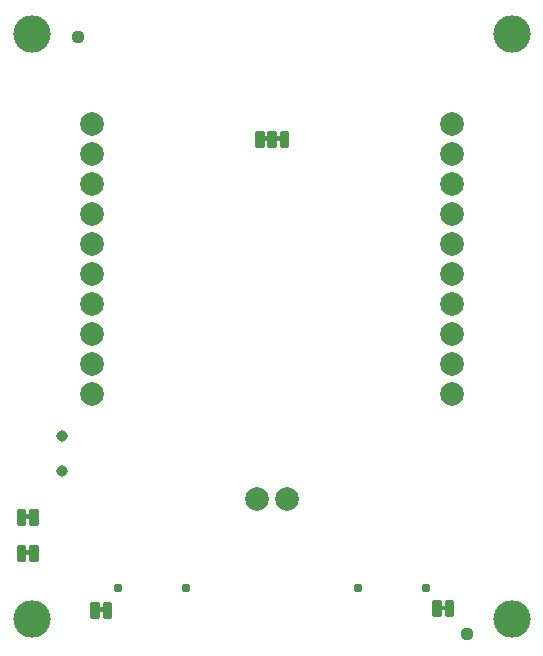
<source format=gbs>
G04 EAGLE Gerber RS-274X export*
G75*
%MOMM*%
%FSLAX34Y34*%
%LPD*%
%INSoldermask Bottom*%
%IPPOS*%
%AMOC8*
5,1,8,0,0,1.08239X$1,22.5*%
G01*
%ADD10C,2.006600*%
%ADD11C,0.228344*%
%ADD12C,0.777000*%
%ADD13C,1.127000*%
%ADD14C,3.175000*%
%ADD15C,0.977000*%

G36*
X235650Y429907D02*
X235650Y429907D01*
X235716Y429909D01*
X235759Y429927D01*
X235806Y429935D01*
X235863Y429969D01*
X235923Y429994D01*
X235958Y430025D01*
X235999Y430050D01*
X236041Y430101D01*
X236089Y430145D01*
X236111Y430187D01*
X236140Y430224D01*
X236161Y430286D01*
X236192Y430345D01*
X236200Y430399D01*
X236212Y430436D01*
X236211Y430476D01*
X236219Y430530D01*
X236219Y433070D01*
X236208Y433135D01*
X236206Y433201D01*
X236188Y433244D01*
X236180Y433291D01*
X236146Y433348D01*
X236121Y433408D01*
X236090Y433443D01*
X236065Y433484D01*
X236014Y433526D01*
X235970Y433574D01*
X235928Y433596D01*
X235891Y433625D01*
X235829Y433646D01*
X235770Y433677D01*
X235716Y433685D01*
X235679Y433697D01*
X235639Y433696D01*
X235585Y433704D01*
X231775Y433704D01*
X231710Y433693D01*
X231644Y433691D01*
X231601Y433673D01*
X231554Y433665D01*
X231497Y433631D01*
X231437Y433606D01*
X231402Y433575D01*
X231361Y433550D01*
X231320Y433499D01*
X231271Y433455D01*
X231249Y433413D01*
X231220Y433376D01*
X231199Y433314D01*
X231168Y433255D01*
X231160Y433201D01*
X231148Y433164D01*
X231148Y433161D01*
X231149Y433124D01*
X231141Y433070D01*
X231141Y430530D01*
X231152Y430465D01*
X231154Y430399D01*
X231172Y430356D01*
X231180Y430309D01*
X231214Y430252D01*
X231239Y430192D01*
X231270Y430157D01*
X231295Y430116D01*
X231346Y430075D01*
X231390Y430026D01*
X231432Y430004D01*
X231469Y429975D01*
X231531Y429954D01*
X231590Y429923D01*
X231644Y429915D01*
X231681Y429903D01*
X231721Y429904D01*
X231775Y429896D01*
X235585Y429896D01*
X235650Y429907D01*
G37*
G36*
X225490Y429907D02*
X225490Y429907D01*
X225556Y429909D01*
X225599Y429927D01*
X225646Y429935D01*
X225703Y429969D01*
X225763Y429994D01*
X225798Y430025D01*
X225839Y430050D01*
X225881Y430101D01*
X225929Y430145D01*
X225951Y430187D01*
X225980Y430224D01*
X226001Y430286D01*
X226032Y430345D01*
X226040Y430399D01*
X226052Y430436D01*
X226051Y430476D01*
X226059Y430530D01*
X226059Y433070D01*
X226048Y433135D01*
X226046Y433201D01*
X226028Y433244D01*
X226020Y433291D01*
X225986Y433348D01*
X225961Y433408D01*
X225930Y433443D01*
X225905Y433484D01*
X225854Y433526D01*
X225810Y433574D01*
X225768Y433596D01*
X225731Y433625D01*
X225669Y433646D01*
X225610Y433677D01*
X225556Y433685D01*
X225519Y433697D01*
X225479Y433696D01*
X225425Y433704D01*
X221615Y433704D01*
X221550Y433693D01*
X221484Y433691D01*
X221441Y433673D01*
X221394Y433665D01*
X221337Y433631D01*
X221277Y433606D01*
X221242Y433575D01*
X221201Y433550D01*
X221160Y433499D01*
X221111Y433455D01*
X221089Y433413D01*
X221060Y433376D01*
X221039Y433314D01*
X221008Y433255D01*
X221000Y433201D01*
X220988Y433164D01*
X220988Y433161D01*
X220989Y433124D01*
X220981Y433070D01*
X220981Y430530D01*
X220992Y430465D01*
X220994Y430399D01*
X221012Y430356D01*
X221020Y430309D01*
X221054Y430252D01*
X221079Y430192D01*
X221110Y430157D01*
X221135Y430116D01*
X221186Y430075D01*
X221230Y430026D01*
X221272Y430004D01*
X221309Y429975D01*
X221371Y429954D01*
X221430Y429923D01*
X221484Y429915D01*
X221521Y429903D01*
X221561Y429904D01*
X221615Y429896D01*
X225425Y429896D01*
X225490Y429907D01*
G37*
G36*
X23560Y109867D02*
X23560Y109867D01*
X23626Y109869D01*
X23669Y109887D01*
X23716Y109895D01*
X23773Y109929D01*
X23833Y109954D01*
X23868Y109985D01*
X23909Y110010D01*
X23951Y110061D01*
X23999Y110105D01*
X24021Y110147D01*
X24050Y110184D01*
X24071Y110246D01*
X24102Y110305D01*
X24110Y110359D01*
X24122Y110396D01*
X24121Y110436D01*
X24129Y110490D01*
X24129Y113030D01*
X24118Y113095D01*
X24116Y113161D01*
X24098Y113204D01*
X24090Y113251D01*
X24056Y113308D01*
X24031Y113368D01*
X24000Y113403D01*
X23975Y113444D01*
X23924Y113486D01*
X23880Y113534D01*
X23838Y113556D01*
X23801Y113585D01*
X23739Y113606D01*
X23680Y113637D01*
X23626Y113645D01*
X23589Y113657D01*
X23549Y113656D01*
X23495Y113664D01*
X19685Y113664D01*
X19620Y113653D01*
X19554Y113651D01*
X19511Y113633D01*
X19464Y113625D01*
X19407Y113591D01*
X19347Y113566D01*
X19312Y113535D01*
X19271Y113510D01*
X19230Y113459D01*
X19181Y113415D01*
X19159Y113373D01*
X19130Y113336D01*
X19109Y113274D01*
X19078Y113215D01*
X19070Y113161D01*
X19058Y113124D01*
X19058Y113121D01*
X19059Y113084D01*
X19051Y113030D01*
X19051Y110490D01*
X19062Y110425D01*
X19064Y110359D01*
X19082Y110316D01*
X19090Y110269D01*
X19124Y110212D01*
X19149Y110152D01*
X19180Y110117D01*
X19205Y110076D01*
X19256Y110035D01*
X19300Y109986D01*
X19342Y109964D01*
X19379Y109935D01*
X19441Y109914D01*
X19500Y109883D01*
X19554Y109875D01*
X19591Y109863D01*
X19631Y109864D01*
X19685Y109856D01*
X23495Y109856D01*
X23560Y109867D01*
G37*
G36*
X23560Y79387D02*
X23560Y79387D01*
X23626Y79389D01*
X23669Y79407D01*
X23716Y79415D01*
X23773Y79449D01*
X23833Y79474D01*
X23868Y79505D01*
X23909Y79530D01*
X23951Y79581D01*
X23999Y79625D01*
X24021Y79667D01*
X24050Y79704D01*
X24071Y79766D01*
X24102Y79825D01*
X24110Y79879D01*
X24122Y79916D01*
X24121Y79956D01*
X24129Y80010D01*
X24129Y82550D01*
X24118Y82615D01*
X24116Y82681D01*
X24098Y82724D01*
X24090Y82771D01*
X24056Y82828D01*
X24031Y82888D01*
X24000Y82923D01*
X23975Y82964D01*
X23924Y83006D01*
X23880Y83054D01*
X23838Y83076D01*
X23801Y83105D01*
X23739Y83126D01*
X23680Y83157D01*
X23626Y83165D01*
X23589Y83177D01*
X23549Y83176D01*
X23495Y83184D01*
X19685Y83184D01*
X19620Y83173D01*
X19554Y83171D01*
X19511Y83153D01*
X19464Y83145D01*
X19407Y83111D01*
X19347Y83086D01*
X19312Y83055D01*
X19271Y83030D01*
X19230Y82979D01*
X19181Y82935D01*
X19159Y82893D01*
X19130Y82856D01*
X19109Y82794D01*
X19078Y82735D01*
X19070Y82681D01*
X19058Y82644D01*
X19058Y82641D01*
X19059Y82604D01*
X19051Y82550D01*
X19051Y80010D01*
X19062Y79945D01*
X19064Y79879D01*
X19082Y79836D01*
X19090Y79789D01*
X19124Y79732D01*
X19149Y79672D01*
X19180Y79637D01*
X19205Y79596D01*
X19256Y79555D01*
X19300Y79506D01*
X19342Y79484D01*
X19379Y79455D01*
X19441Y79434D01*
X19500Y79403D01*
X19554Y79395D01*
X19591Y79383D01*
X19631Y79384D01*
X19685Y79376D01*
X23495Y79376D01*
X23560Y79387D01*
G37*
G36*
X375350Y32397D02*
X375350Y32397D01*
X375416Y32399D01*
X375459Y32417D01*
X375506Y32425D01*
X375563Y32459D01*
X375623Y32484D01*
X375658Y32515D01*
X375699Y32540D01*
X375741Y32591D01*
X375789Y32635D01*
X375811Y32677D01*
X375840Y32714D01*
X375861Y32776D01*
X375892Y32835D01*
X375900Y32889D01*
X375912Y32926D01*
X375911Y32966D01*
X375919Y33020D01*
X375919Y35560D01*
X375908Y35625D01*
X375906Y35691D01*
X375888Y35734D01*
X375880Y35781D01*
X375846Y35838D01*
X375821Y35898D01*
X375790Y35933D01*
X375765Y35974D01*
X375714Y36016D01*
X375670Y36064D01*
X375628Y36086D01*
X375591Y36115D01*
X375529Y36136D01*
X375470Y36167D01*
X375416Y36175D01*
X375379Y36187D01*
X375339Y36186D01*
X375285Y36194D01*
X371475Y36194D01*
X371410Y36183D01*
X371344Y36181D01*
X371301Y36163D01*
X371254Y36155D01*
X371197Y36121D01*
X371137Y36096D01*
X371102Y36065D01*
X371061Y36040D01*
X371020Y35989D01*
X370971Y35945D01*
X370949Y35903D01*
X370920Y35866D01*
X370899Y35804D01*
X370868Y35745D01*
X370860Y35691D01*
X370848Y35654D01*
X370848Y35651D01*
X370849Y35614D01*
X370841Y35560D01*
X370841Y33020D01*
X370852Y32955D01*
X370854Y32889D01*
X370872Y32846D01*
X370880Y32799D01*
X370914Y32742D01*
X370939Y32682D01*
X370970Y32647D01*
X370995Y32606D01*
X371046Y32565D01*
X371090Y32516D01*
X371132Y32494D01*
X371169Y32465D01*
X371231Y32444D01*
X371290Y32413D01*
X371344Y32405D01*
X371381Y32393D01*
X371421Y32394D01*
X371475Y32386D01*
X375285Y32386D01*
X375350Y32397D01*
G37*
G36*
X85790Y31127D02*
X85790Y31127D01*
X85856Y31129D01*
X85899Y31147D01*
X85946Y31155D01*
X86003Y31189D01*
X86063Y31214D01*
X86098Y31245D01*
X86139Y31270D01*
X86181Y31321D01*
X86229Y31365D01*
X86251Y31407D01*
X86280Y31444D01*
X86301Y31506D01*
X86332Y31565D01*
X86340Y31619D01*
X86352Y31656D01*
X86351Y31696D01*
X86359Y31750D01*
X86359Y34290D01*
X86348Y34355D01*
X86346Y34421D01*
X86328Y34464D01*
X86320Y34511D01*
X86286Y34568D01*
X86261Y34628D01*
X86230Y34663D01*
X86205Y34704D01*
X86154Y34746D01*
X86110Y34794D01*
X86068Y34816D01*
X86031Y34845D01*
X85969Y34866D01*
X85910Y34897D01*
X85856Y34905D01*
X85819Y34917D01*
X85779Y34916D01*
X85725Y34924D01*
X81915Y34924D01*
X81850Y34913D01*
X81784Y34911D01*
X81741Y34893D01*
X81694Y34885D01*
X81637Y34851D01*
X81577Y34826D01*
X81542Y34795D01*
X81501Y34770D01*
X81460Y34719D01*
X81411Y34675D01*
X81389Y34633D01*
X81360Y34596D01*
X81339Y34534D01*
X81308Y34475D01*
X81300Y34421D01*
X81288Y34384D01*
X81288Y34381D01*
X81289Y34344D01*
X81281Y34290D01*
X81281Y31750D01*
X81292Y31685D01*
X81294Y31619D01*
X81312Y31576D01*
X81320Y31529D01*
X81354Y31472D01*
X81379Y31412D01*
X81410Y31377D01*
X81435Y31336D01*
X81486Y31295D01*
X81530Y31246D01*
X81572Y31224D01*
X81609Y31195D01*
X81671Y31174D01*
X81730Y31143D01*
X81784Y31135D01*
X81821Y31123D01*
X81861Y31124D01*
X81915Y31116D01*
X85725Y31116D01*
X85790Y31127D01*
G37*
D10*
X241300Y127000D03*
X215900Y127000D03*
D11*
X236218Y437644D02*
X241810Y437644D01*
X241810Y425956D01*
X236218Y425956D01*
X236218Y437644D01*
X236218Y428125D02*
X241810Y428125D01*
X241810Y430294D02*
X236218Y430294D01*
X236218Y432463D02*
X241810Y432463D01*
X241810Y434632D02*
X236218Y434632D01*
X236218Y436801D02*
X241810Y436801D01*
X231396Y437644D02*
X225804Y437644D01*
X231396Y437644D02*
X231396Y425956D01*
X225804Y425956D01*
X225804Y437644D01*
X225804Y428125D02*
X231396Y428125D01*
X231396Y430294D02*
X225804Y430294D01*
X225804Y432463D02*
X231396Y432463D01*
X231396Y434632D02*
X225804Y434632D01*
X225804Y436801D02*
X231396Y436801D01*
X220982Y437644D02*
X215390Y437644D01*
X220982Y437644D02*
X220982Y425956D01*
X215390Y425956D01*
X215390Y437644D01*
X215390Y428125D02*
X220982Y428125D01*
X220982Y430294D02*
X215390Y430294D01*
X215390Y432463D02*
X220982Y432463D01*
X220982Y434632D02*
X215390Y434632D01*
X215390Y436801D02*
X220982Y436801D01*
D12*
X301300Y51590D03*
X359100Y51590D03*
D11*
X375791Y40134D02*
X381383Y40134D01*
X381383Y28446D01*
X375791Y28446D01*
X375791Y40134D01*
X375791Y30615D02*
X381383Y30615D01*
X381383Y32784D02*
X375791Y32784D01*
X375791Y34953D02*
X381383Y34953D01*
X381383Y37122D02*
X375791Y37122D01*
X375791Y39291D02*
X381383Y39291D01*
X370969Y40134D02*
X365377Y40134D01*
X370969Y40134D02*
X370969Y28446D01*
X365377Y28446D01*
X365377Y40134D01*
X365377Y30615D02*
X370969Y30615D01*
X370969Y32784D02*
X365377Y32784D01*
X365377Y34953D02*
X370969Y34953D01*
X370969Y37122D02*
X365377Y37122D01*
X365377Y39291D02*
X370969Y39291D01*
D13*
X64770Y518160D03*
X393700Y12700D03*
D10*
X381000Y444500D03*
X381000Y419100D03*
X381000Y393700D03*
X381000Y368300D03*
X381000Y342900D03*
X381000Y317500D03*
X381000Y292100D03*
X381000Y266700D03*
X381000Y241300D03*
X381000Y215900D03*
X76200Y444500D03*
X76200Y419100D03*
X76200Y393700D03*
X76200Y368300D03*
X76200Y342900D03*
X76200Y317500D03*
X76200Y292100D03*
X76200Y266700D03*
X76200Y241300D03*
X76200Y215900D03*
D12*
X98100Y51590D03*
X155900Y51590D03*
D11*
X81409Y27176D02*
X75817Y27176D01*
X75817Y38864D01*
X81409Y38864D01*
X81409Y27176D01*
X81409Y29345D02*
X75817Y29345D01*
X75817Y31514D02*
X81409Y31514D01*
X81409Y33683D02*
X75817Y33683D01*
X75817Y35852D02*
X81409Y35852D01*
X81409Y38021D02*
X75817Y38021D01*
X86231Y27176D02*
X91823Y27176D01*
X86231Y27176D02*
X86231Y38864D01*
X91823Y38864D01*
X91823Y27176D01*
X91823Y29345D02*
X86231Y29345D01*
X86231Y31514D02*
X91823Y31514D01*
X91823Y33683D02*
X86231Y33683D01*
X86231Y35852D02*
X91823Y35852D01*
X91823Y38021D02*
X86231Y38021D01*
X29593Y87124D02*
X24001Y87124D01*
X29593Y87124D02*
X29593Y75436D01*
X24001Y75436D01*
X24001Y87124D01*
X24001Y77605D02*
X29593Y77605D01*
X29593Y79774D02*
X24001Y79774D01*
X24001Y81943D02*
X29593Y81943D01*
X29593Y84112D02*
X24001Y84112D01*
X24001Y86281D02*
X29593Y86281D01*
X19179Y87124D02*
X13587Y87124D01*
X19179Y87124D02*
X19179Y75436D01*
X13587Y75436D01*
X13587Y87124D01*
X13587Y77605D02*
X19179Y77605D01*
X19179Y79774D02*
X13587Y79774D01*
X13587Y81943D02*
X19179Y81943D01*
X19179Y84112D02*
X13587Y84112D01*
X13587Y86281D02*
X19179Y86281D01*
X24001Y117604D02*
X29593Y117604D01*
X29593Y105916D01*
X24001Y105916D01*
X24001Y117604D01*
X24001Y108085D02*
X29593Y108085D01*
X29593Y110254D02*
X24001Y110254D01*
X24001Y112423D02*
X29593Y112423D01*
X29593Y114592D02*
X24001Y114592D01*
X24001Y116761D02*
X29593Y116761D01*
X19179Y117604D02*
X13587Y117604D01*
X19179Y117604D02*
X19179Y105916D01*
X13587Y105916D01*
X13587Y117604D01*
X13587Y108085D02*
X19179Y108085D01*
X19179Y110254D02*
X13587Y110254D01*
X13587Y112423D02*
X19179Y112423D01*
X19179Y114592D02*
X13587Y114592D01*
X13587Y116761D02*
X19179Y116761D01*
D14*
X431800Y520700D03*
X431800Y25400D03*
X25400Y520700D03*
X25400Y25400D03*
D15*
X50800Y150100D03*
X50800Y180100D03*
M02*

</source>
